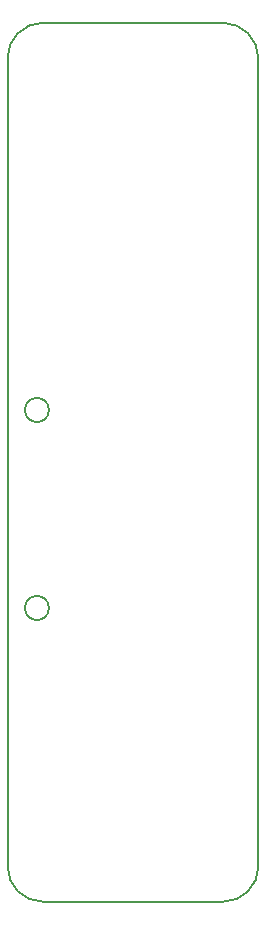
<source format=gbr>
%TF.GenerationSoftware,KiCad,Pcbnew,9.0.3*%
%TF.CreationDate,2025-11-14T23:12:01-05:00*%
%TF.ProjectId,Photon,50686f74-6f6e-42e6-9b69-6361645f7063,1.3*%
%TF.SameCoordinates,Original*%
%TF.FileFunction,Profile,NP*%
%FSLAX46Y46*%
G04 Gerber Fmt 4.6, Leading zero omitted, Abs format (unit mm)*
G04 Created by KiCad (PCBNEW 9.0.3) date 2025-11-14 23:12:01*
%MOMM*%
%LPD*%
G01*
G04 APERTURE LIST*
%TA.AperFunction,Profile*%
%ADD10C,0.200000*%
%TD*%
G04 APERTURE END LIST*
D10*
X42212000Y-91742000D02*
X42212000Y-23320000D01*
X60452000Y-20320000D02*
G75*
G02*
X63452000Y-23320000I0J-3000000D01*
G01*
X63452000Y-91742000D02*
G75*
G02*
X60452000Y-94742000I-3000000J0D01*
G01*
X45720000Y-53104021D02*
G75*
G02*
X43688000Y-53104021I-1016000J0D01*
G01*
X43688000Y-53104021D02*
G75*
G02*
X45720000Y-53104021I1016000J0D01*
G01*
X45720000Y-69868021D02*
G75*
G02*
X43688000Y-69868021I-1016000J0D01*
G01*
X43688000Y-69868021D02*
G75*
G02*
X45720000Y-69868021I1016000J0D01*
G01*
X45212000Y-20320000D02*
X60452000Y-20320000D01*
X45212000Y-94741999D02*
G75*
G02*
X42212001Y-91742000I0J2999999D01*
G01*
X63452000Y-23320000D02*
X63452000Y-91742000D01*
X42212000Y-23320000D02*
G75*
G02*
X45212000Y-20320000I3000000J0D01*
G01*
X60452000Y-94741999D02*
X45212000Y-94741999D01*
M02*

</source>
